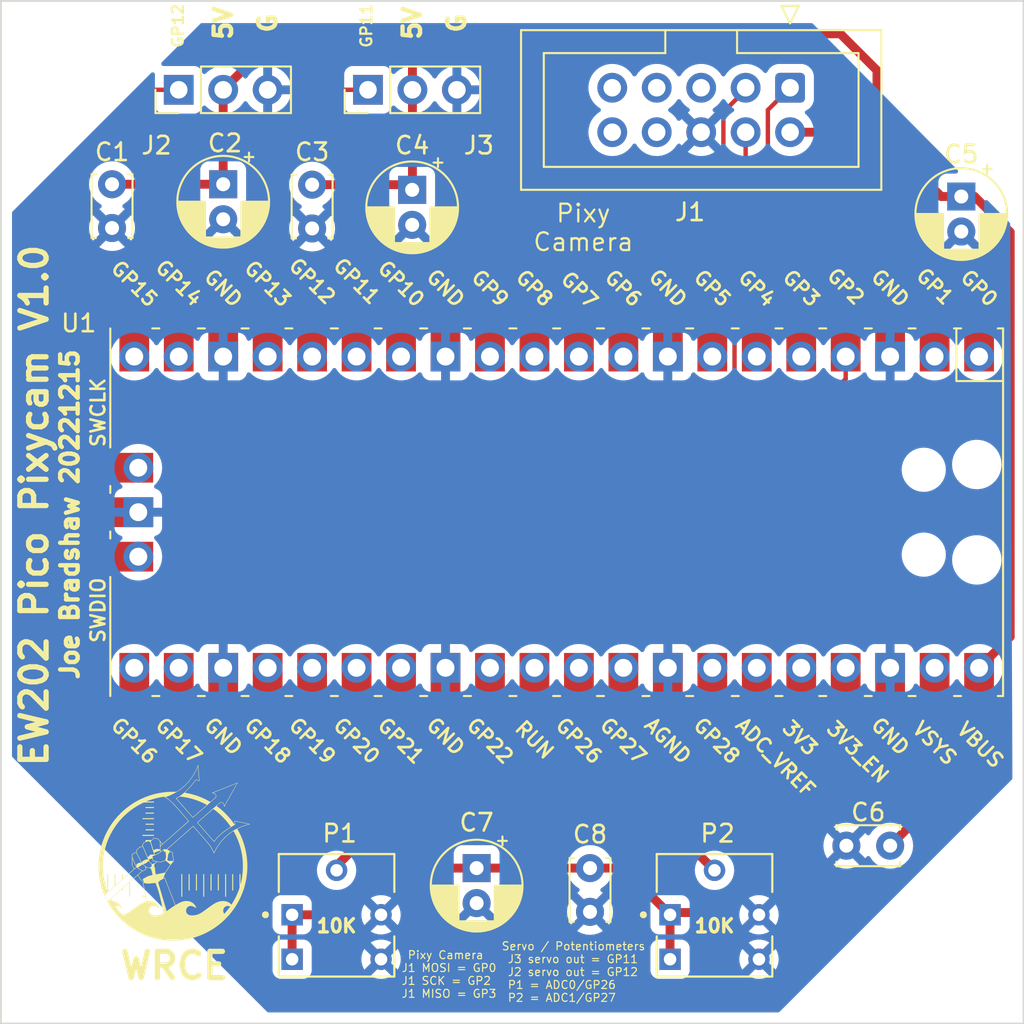
<source format=kicad_pcb>
(kicad_pcb (version 20211014) (generator pcbnew)
  (layers (0 "F.Cu" signal) (31 "B.Cu" signal) (34 "B.Paste" user) (35 "F.Paste" user) (36 "B.SilkS" user "B.Silkscreen") (37 "F.SilkS" user "F.Silkscreen") (38 "B.Mask" user) (39 "F.Mask" user) (44 "Edge.Cuts" user))
  (net 0 "")
  (net 1 "+5V")
  (net 2 "GND")
  (net 3 "SPI_MISO")
  (net 4 "SPI_SCK")
  (net 5 "SPI_MOSI")
  (net 11 "+3.3V")
  (net 36 "YawOut")
  (net 37 "PitchOut")
  (net 38 "AN0")
  (net 39 "AN1")
  (footprint "3362P-1-103TLF:Potentiometer_Bourns_3362P-1-103TLF doublePads" (layer "F.Cu") (at 167.767 120.787088)
    (fp_text reference "P2" (at 0.17547 -4.64779) (layer "F.SilkS") (effects (font (size 1.002756 1.002756))))
    (fp_text value "10K")
    (pad "1" thru_hole rect (at -2.54 2.54) (size 1.222 1.222) (drill 0.714) (layers *.Cu *.Mask) (net 11 "+3.3V"))
    (pad "1" thru_hole rect (at -2.54 0) (size 1.222 1.222) (drill 0.714) (layers *.Cu *.Mask) (net 11 "+3.3V"))
    (pad "2" thru_hole circle (at 0 -2.54) (size 1.222 1.222) (drill 0.714) (layers *.Cu *.Mask) (net 39 "AN1"))
    (pad "3" thru_hole circle (at 2.54 2.54) (size 1.222 1.222) (drill 0.714) (layers *.Cu *.Mask) (net 2 "GND"))
    (pad "3" thru_hole circle (at 2.54 0) (size 1.222 1.222) (drill 0.714) (layers *.Cu *.Mask) (net 2 "GND"))
  )
  (footprint "MountingHole:MountingHole_2.7mm_M2.5" (layer "F.Cu") (at 130.81 123.19)
    (fp_text reference "M3" hide)
    (fp_text value "MountingHole_2.7mm_M2.5" hide)
    (pad "" np_thru_hole circle (at 0 0) (size 2.7 2.7) (drill 2.7) (layers *.Cu *.Mask))
  )
  (footprint "Capacitor_THT:CP_Radial_D5.0mm_P2.00mm" (layer "F.Cu") (at 181.864 79.756 -90)
    (fp_text reference "C5" (at -2.413 0 180) (layer "F.SilkS"))
    (fp_text value "47uF")
    (pad "1" thru_hole rect (at 0 0 270) (size 1.6 1.6) (drill 0.8) (layers *.Cu *.Mask) (net 1 "+5V"))
    (pad "2" thru_hole circle (at 2 0 270) (size 1.6 1.6) (drill 0.8) (layers *.Cu *.Mask) (net 2 "GND"))
  )
  (footprint "MCU_RaspberryPi_and_Boards:RPi_Pico_SMD_TH" (layer "F.Cu") (at 158.75 97.79 -90)
    (fp_text reference "U1" (at -10.795 27.305 180) (layer "F.SilkS"))
    (fp_text value "Pico")
    (fp_text user "GP26" (at 13.054 -1.27 135) (layer "F.SilkS") (effects (font (size 0.8 0.8))))
    (fp_text user "GP27" (at 13.054 -3.8 135) (layer "F.SilkS") (effects (font (size 0.8 0.8))))
    (fp_text user "GP2" (at -12.9 -16.51 135) (layer "F.SilkS") (effects (font (size 0.8 0.8))))
    (fp_text user "GP6" (at -12.8 -3.81 135) (layer "F.SilkS") (effects (font (size 0.8 0.8))))
    (fp_text user "GP7" (at -12.7 -1.3 135) (layer "F.SilkS") (effects (font (size 0.8 0.8))))
    (fp_text user "GP21" (at 13.054 8.9 135) (layer "F.SilkS") (effects (font (size 0.8 0.8))))
    (fp_text user "AGND" (at 13.054 -6.35 135) (layer "F.SilkS") (effects (font (size 0.8 0.8))))
    (fp_text user "GP1" (at -12.9 -21.6 135) (layer "F.SilkS") (effects (font (size 0.8 0.8))))
    (fp_text user "GND" (at -12.8 19.05 135) (layer "F.SilkS") (effects (font (size 0.8 0.8))))
    (fp_text user "SWDIO" (at 5.6 26.2 90) (layer "F.SilkS") (effects (font (size 0.8 0.8))))
    (fp_text user "GND" (at -12.8 -19.05 135) (layer "F.SilkS") (effects (font (size 0.8 0.8))))
    (fp_text user "GP8" (at -12.8 1.27 135) (layer "F.SilkS") (effects (font (size 0.8 0.8))))
    (fp_text user "RUN" (at 13 1.27 135) (layer "F.SilkS") (effects (font (size 0.8 0.8))))
    (fp_text user "GP11" (at -13.2 11.43 135) (layer "F.SilkS") (effects (font (size 0.8 0.8))))
    (fp_text user "GP0" (at -12.8 -24.13 135) (layer "F.SilkS") (effects (font (size 0.8 0.8))))
    (fp_text user "GND" (at 12.8 6.35 135) (layer "F.SilkS") (effects (font (size 0.8 0.8))))
    (fp_text user "GP15" (at -13.054 24.13 135) (layer "F.SilkS") (effects (font (size 0.8 0.8))))
    (fp_text user "VSYS" (at 13.2 -21.59 135) (layer "F.SilkS") (effects (font (size 0.8 0.8))))
    (fp_text user "GND" (at 12.8 19.05 135) (layer "F.SilkS") (effects (font (size 0.8 0.8))))
    (fp_text user "3V3" (at 12.9 -13.9 135) (layer "F.SilkS") (effects (font (size 0.8 0.8))))
    (fp_text user "GND" (at -12.8 6.35 135) (layer "F.SilkS") (effects (font (size 0.8 0.8))))
    (fp_text user "GND" (at -12.8 -6.35 135) (layer "F.SilkS") (effects (font (size 0.8 0.8))))
    (fp_text user "GP17" (at 13.054 21.59 135) (layer "F.SilkS") (effects (font (size 0.8 0.8))))
    (fp_text user "GP18" (at 13.054 16.51 135) (layer "F.SilkS") (effects (font (size 0.8 0.8))))
    (fp_text user "3V3_EN" (at 13.7 -17.2 135) (layer "F.SilkS") (effects (font (size 0.8 0.8))))
    (fp_text user "GP22" (at 13.054 3.81 135) (layer "F.SilkS") (effects (font (size 0.8 0.8))))
    (fp_text user "GP14" (at -13.1 21.59 135) (layer "F.SilkS") (effects (font (size 0.8 0.8))))
    (fp_text user "ADC_VREF" (at 14 -12.5 135) (layer "F.SilkS") (effects (font (size 0.8 0.8))))
    (fp_text user "GP9" (at -12.8 3.81 135) (layer "F.SilkS") (effects (font (size 0.8 0.8))))
    (fp_text user "GP3" (at -12.8 -13.97 135) (layer "F.SilkS") (effects (font (size 0.8 0.8))))
    (fp_text user "GND" (at 12.8 -19.05 135) (layer "F.SilkS") (effects (font (size 0.8 0.8))))
    (fp_text user "SWCLK" (at -5.7 26.2 90) (layer "F.SilkS") (effects (font (size 0.8 0.8))))
    (fp_text user "GP5" (at -12.8 -8.89 135) (layer "F.SilkS") (effects (font (size 0.8 0.8))))
    (fp_text user "GP13" (at -13.054 16.51 135) (layer "F.SilkS") (effects (font (size 0.8 0.8))))
    (fp_text user "GP20" (at 13.054 11.43 135) (layer "F.SilkS") (effects (font (size 0.8 0.8))))
    (fp_text user "GP4" (at -12.8 -11.43 135) (layer "F.SilkS") (effects (font (size 0.8 0.8))))
    (fp_text user "GP28" (at 13.054 -9.144 135) (layer "F.SilkS") (effects (font (size 0.8 0.8))))
    (fp_text user "GP10" (at -13.054 8.89 135) (layer "F.SilkS") (effects (font (size 0.8 0.8))))
    (fp_text user "GP12" (at -13.2 13.97 135) (layer "F.SilkS") (effects (font (size 0.8 0.8))))
    (fp_text user "VBUS" (at 13.3 -24.2 135) (layer "F.SilkS") (effects (font (size 0.8 0.8))))
    (fp_text user "GP16" (at 13.054 24.13 135) (layer "F.SilkS") (effects (font (size 0.8 0.8))))
    (fp_text user "GP19" (at 13.054 13.97 135) (layer "F.SilkS") (effects (font (size 0.8 0.8))))
    (pad "" np_thru_hole oval (at 2.725 -24 270) (size 1.8 1.8) (drill 1.8) (layers *.Cu *.Mask))
    (pad "" np_thru_hole oval (at -2.725 -24 270) (size 1.8 1.8) (drill 1.8) (layers *.Cu *.Mask))
    (pad "" np_thru_hole oval (at -2.425 -20.97 270) (size 1.5 1.5) (drill 1.5) (layers *.Cu *.Mask))
    (pad "" np_thru_hole oval (at 2.425 -20.97 270) (size 1.5 1.5) (drill 1.5) (layers *.Cu *.Mask))
    (pad "1" thru_hole oval (at -8.89 -24.13 270) (size 1.7 1.7) (drill 1.02) (layers *.Cu *.Mask) (net 3 "SPI_MISO"))
    (pad "1" smd rect (at -8.89 -24.13 270) (size 3.5 1.7) (drill (offset -0.9 0)) (layers "F.Cu" "F.Mask") (net 3 "SPI_MISO"))
    (pad "2" thru_hole oval (at -8.89 -21.59 270) (size 1.7 1.7) (drill 1.02) (layers *.Cu *.Mask))
    (pad "2" smd rect (at -8.89 -21.59 270) (size 3.5 1.7) (drill (offset -0.9 0)) (layers "F.Cu" "F.Mask"))
    (pad "3" thru_hole rect (at -8.89 -19.05 270) (size 1.7 1.7) (drill 1.02) (layers *.Cu *.Mask) (net 2 "GND"))
    (pad "3" smd rect (at -8.89 -19.05 270) (size 3.5 1.7) (drill (offset -0.9 0)) (layers "F.Cu" "F.Mask") (net 2 "GND"))
    (pad "4" thru_hole oval (at -8.89 -16.51 270) (size 1.7 1.7) (drill 1.02) (layers *.Cu *.Mask) (net 4 "SPI_SCK"))
    (pad "4" smd rect (at -8.89 -16.51 270) (size 3.5 1.7) (drill (offset -0.9 0)) (layers "F.Cu" "F.Mask") (net 4 "SPI_SCK"))
    (pad "5" smd rect (at -8.89 -13.97 270) (size 3.5 1.7) (drill (offset -0.9 0)) (layers "F.Cu" "F.Mask") (net 5 "SPI_MOSI"))
    (pad "5" thru_hole oval (at -8.89 -13.97 270) (size 1.7 1.7) (drill 1.02) (layers *.Cu *.Mask) (net 5 "SPI_MOSI"))
    (pad "6" thru_hole oval (at -8.89 -11.43 270) (size 1.7 1.7) (drill 1.02) (layers *.Cu *.Mask))
    (pad "6" smd rect (at -8.89 -11.43 270) (size 3.5 1.7) (drill (offset -0.9 0)) (layers "F.Cu" "F.Mask"))
    (pad "7" smd rect (at -8.89 -8.89 270) (size 3.5 1.7) (drill (offset -0.9 0)) (layers "F.Cu" "F.Mask"))
    (pad "7" thru_hole oval (at -8.89 -8.89 270) (size 1.7 1.7) (drill 1.02) (layers *.Cu *.Mask))
    (pad "8" thru_hole rect (at -8.89 -6.35 270) (size 1.7 1.7) (drill 1.02) (layers *.Cu *.Mask) (net 2 "GND"))
    (pad "8" smd rect (at -8.89 -6.35 270) (size 3.5 1.7) (drill (offset -0.9 0)) (layers "F.Cu" "F.Mask") (net 2 "GND"))
    (pad "9" smd rect (at -8.89 -3.81 270) (size 3.5 1.7) (drill (offset -0.9 0)) (layers "F.Cu" "F.Mask"))
    (pad "9" thru_hole oval (at -8.89 -3.81 270) (size 1.7 1.7) (drill 1.02) (layers *.Cu *.Mask))
    (pad "10" thru_hole oval (at -8.89 -1.27 270) (size 1.7 1.7) (drill 1.02) (layers *.Cu *.Mask))
    (pad "10" smd rect (at -8.89 -1.27 270) (size 3.5 1.7) (drill (offset -0.9 0)) (layers "F.Cu" "F.Mask"))
    (pad "11" smd rect (at -8.89 1.27 270) (size 3.5 1.7) (drill (offset -0.9 0)) (layers "F.Cu" "F.Mask"))
    (pad "11" thru_hole oval (at -8.89 1.27 270) (size 1.7 1.7) (drill 1.02) (layers *.Cu *.Mask))
    (pad "12" smd rect (at -8.89 3.81 270) (size 3.5 1.7) (drill (offset -0.9 0)) (layers "F.Cu" "F.Mask"))
    (pad "12" thru_hole oval (at -8.89 3.81 270) (size 1.7 1.7) (drill 1.02) (layers *.Cu *.Mask))
    (pad "13" thru_hole rect (at -8.89 6.35 270) (size 1.7 1.7) (drill 1.02) (layers *.Cu *.Mask) (net 2 "GND"))
    (pad "13" smd rect (at -8.89 6.35 270) (size 3.5 1.7) (drill (offset -0.9 0)) (layers "F.Cu" "F.Mask") (net 2 "GND"))
    (pad "14" thru_hole oval (at -8.89 8.89 270) (size 1.7 1.7) (drill 1.02) (layers *.Cu *.Mask) (net 37 "PitchOut"))
    (pad "14" smd rect (at -8.89 8.89 270) (size 3.5 1.7) (drill (offset -0.9 0)) (layers "F.Cu" "F.Mask") (net 37 "PitchOut"))
    (pad "15" smd rect (at -8.89 11.43 270) (size 3.5 1.7) (drill (offset -0.9 0)) (layers "F.Cu" "F.Mask") (net 36 "YawOut"))
    (pad "15" thru_hole oval (at -8.89 11.43 270) (size 1.7 1.7) (drill 1.02) (layers *.Cu *.Mask) (net 36 "YawOut"))
    (pad "16" smd rect (at -8.89 13.97 270) (size 3.5 1.7) (drill (offset -0.9 0)) (layers "F.Cu" "F.Mask"))
    (pad "16" thru_hole oval (at -8.89 13.97 270) (size 1.7 1.7) (drill 1.02) (layers *.Cu *.Mask))
    (pad "17" smd rect (at -8.89 16.51 270) (size 3.5 1.7) (drill (offset -0.9 0)) (layers "F.Cu" "F.Mask"))
    (pad "17" thru_hole oval (at -8.89 16.51 270) (size 1.7 1.7) (drill 1.02) (layers *.Cu *.Mask))
    (pad "18" thru_hole rect (at -8.89 19.05 270) (size 1.7 1.7) (drill 1.02) (layers *.Cu *.Mask) (net 2 "GND"))
    (pad "18" smd rect (at -8.89 19.05 270) (size 3.5 1.7) (drill (offset -0.9 0)) (layers "F.Cu" "F.Mask") (net 2 "GND"))
    (pad "19" smd rect (at -8.89 21.59 270) (size 3.5 1.7) (drill (offset -0.9 0)) (layers "F.Cu" "F.Mask"))
    (pad "19" thru_hole oval (at -8.89 21.59 270) (size 1.7 1.7) (drill 1.02) (layers *.Cu *.Mask))
    (pad "20" smd rect (at -8.89 24.13 270) (size 3.5 1.7) (drill (offset -0.9 0)) (layers "F.Cu" "F.Mask"))
    (pad "20" thru_hole oval (at -8.89 24.13 270) (size 1.7 1.7) (drill 1.02) (layers *.Cu *.Mask))
    (pad "21" smd rect (at 8.89 24.13 270) (size 3.5 1.7) (drill (offset 0.9 0)) (layers "F.Cu" "F.Mask"))
    (pad "21" thru_hole oval (at 8.89 24.13 270) (size 1.7 1.7) (drill 1.02) (layers *.Cu *.Mask))
    (pad "22" smd rect (at 8.89 21.59 270) (size 3.5 1.7) (drill (offset 0.9 0)) (layers "F.Cu" "F.Mask"))
    (pad "22" thru_hole oval (at 8.89 21.59 270) (size 1.7 1.7) (drill 1.02) (layers *.Cu *.Mask))
    (pad "23" thru_hole rect (at 8.89 19.05 270) (size 1.7 1.7) (drill 1.02) (layers *.Cu *.Mask) (net 2 "GND"))
    (pad "23" smd rect (at 8.89 19.05 270) (size 3.5 1.7) (drill (offset 0.9 0)) (layers "F.Cu" "F.Mask") (net 2 "GND"))
    (pad "24" thru_hole oval (at 8.89 16.51 270) (size 1.7 1.7) (drill 1.02) (layers *.Cu *.Mask))
    (pad "24" smd rect (at 8.89 16.51 270) (size 3.5 1.7) (drill (offset 0.9 0)) (layers "F.Cu" "F.Mask"))
    (pad "25" smd rect (at 8.89 13.97 270) (size 3.5 1.7) (drill (offset 0.9 0)) (layers "F.Cu" "F.Mask"))
    (pad "25" thru_hole oval (at 8.89 13.97 270) (size 1.7 1.7) (drill 1.02) (layers *.Cu *.Mask))
    (pad "26" smd rect (at 8.89 11.43 270) (size 3.5 1.7) (drill (offset 0.9 0)) (layers "F.Cu" "F.Mask"))
    (pad "26" thru_hole oval (at 8.89 11.43 270) (size 1.7 1.7) (drill 1.02) (layers *.Cu *.Mask))
    (pad "27" smd rect (at 8.89 8.89 270) (size 3.5 1.7) (drill (offset 0.9 0)) (layers "F.Cu" "F.Mask"))
    (pad "27" thru_hole oval (at 8.89 8.89 270) (size 1.7 1.7) (drill 1.02) (layers *.Cu *.Mask))
    (pad "28" thru_hole rect (at 8.89 6.35 270) (size 1.7 1.7) (drill 1.02) (layers *.Cu *.Mask) (net 2 "GND"))
    (pad "28" smd rect (at 8.89 6.35 270) (size 3.5 1.7) (drill (offset 0.9 0)) (layers "F.Cu" "F.Mask") (net 2 "GND"))
    (pad "29" thru_hole oval (at 8.89 3.81 270) (size 1.7 1.7) (drill 1.02) (layers *.Cu *.Mask))
    (pad "29" smd rect (at 8.89 3.81 270) (size 3.5 1.7) (drill (offset 0.9 0)) (layers "F.Cu" "F.Mask"))
    (pad "30" thru_hole oval (at 8.89 1.27 270) (size 1.7 1.7) (drill 1.02) (layers *.Cu *.Mask))
    (pad "30" smd rect (at 8.89 1.27 270) (size 3.5 1.7) (drill (offset 0.9 0)) (layers "F.Cu" "F.Mask"))
    (pad "31" smd rect (at 8.89 -1.27 270) (size 3.5 1.7) (drill (offset 0.9 0)) (layers "F.Cu" "F.Mask") (net 38 "AN0"))
    (pad "31" thru_hole oval (at 8.89 -1.27 270) (size 1.7 1.7) (drill 1.02) (layers *.Cu *.Mask) (net 38 "AN0"))
    (pad "32" smd rect (at 8.89 -3.81 270) (size 3.5 1.7) (drill (offset 0.9 0)) (layers "F.Cu" "F.Mask") (net 39 "AN1"))
    (pad "32" thru_hole oval (at 8.89 -3.81 270) (size 1.7 1.7) (drill 1.02) (layers *.Cu *.Mask) (net 39 "AN1"))
    (pad "33" thru_hole rect (at 8.89 -6.35 270) (size 1.7 1.7) (drill 1.02) (layers *.Cu *.Mask) (net 2 "GND"))
    (pad "33" smd rect (at 8.89 -6.35 270) (size 3.5 1.7) (drill (offset 0.9 0)) (layers "F.Cu" "F.Mask") (net 2 "GND"))
    (pad "34" thru_hole oval (at 8.89 -8.89 270) (size 1.7 1.7) (drill 1.02) (layers *.Cu *.Mask))
    (pad "34" smd rect (at 8.89 -8.89 270) (size 3.5 1.7) (drill (offset 0.9 0)) (layers "F.Cu" "F.Mask"))
    (pad "35" thru_hole oval (at 8.89 -11.43 270) (size 1.7 1.7) (drill 1.02) (layers *.Cu *.Mask))
    (pad "35" smd rect (at 8.89 -11.43 270) (size 3.5 1.7) (drill (offset 0.9 0)) (layers "F.Cu" "F.Mask"))
    (pad "36" smd rect (at 8.89 -13.97 270) (size 3.5 1.7) (drill (offset 0.9 0)) (layers "F.Cu" "F.Mask") (net 11 "+3.3V"))
    (pad "36" thru_hole oval (at 8.89 -13.97 270) (size 1.7 1.7) (drill 1.02) (layers *.Cu *.Mask) (net 11 "+3.3V"))
    (pad "37" smd rect (at 8.89 -16.51 270) (size 3.5 1.7) (drill (offset 0.9 0)) (layers "F.Cu" "F.Mask"))
    (pad "37" thru_hole oval (at 8.89 -16.51 270) (size 1.7 1.7) (drill 1.02) (layers *.Cu *.Mask))
    (pad "38" smd rect (at 8.89 -19.05 270) (size 3.5 1.7) (drill (offset 0.9 0)) (layers "F.Cu" "F.Mask") (net 2 "GND"))
    (pad "38" thru_hole rect (at 8.89 -19.05 270) (size 1.7 1.7) (drill 1.02) (layers *.Cu *.Mask) (net 2 "GND"))
    (pad "39" thru_hole oval (at 8.89 -21.59 270) (size 1.7 1.7) (drill 1.02) (layers *.Cu *.Mask))
    (pad "39" smd rect (at 8.89 -21.59 270) (size 3.5 1.7) (drill (offset 0.9 0)) (layers "F.Cu" "F.Mask"))
    (pad "40" smd rect (at 8.89 -24.13 270) (size 3.5 1.7) (drill (offset 0.9 0)) (layers "F.Cu" "F.Mask") (net 1 "+5V"))
    (pad "40" thru_hole oval (at 8.89 -24.13 270) (size 1.7 1.7) (drill 1.02) (layers *.Cu *.Mask) (net 1 "+5V"))
    (pad "41" smd rect (at -2.54 23.9) (size 3.5 1.7) (drill (offset -0.9 0)) (layers "F.Cu" "F.Mask"))
    (pad "41" thru_hole oval (at -2.54 23.9 270) (size 1.7 1.7) (drill 1.02) (layers *.Cu *.Mask))
    (pad "42" thru_hole rect (at 0 23.9 270) (size 1.7 1.7) (drill 1.02) (layers *.Cu *.Mask) (net 2 "GND"))
    (pad "42" smd rect (at 0 23.9) (size 3.5 1.7) (drill (offset -0.9 0)) (layers "F.Cu" "F.Mask") (net 2 "GND"))
    (pad "43" thru_hole oval (at 2.54 23.9 270) (size 1.7 1.7) (drill 1.02) (layers *.Cu *.Mask))
    (pad "43" smd rect (at 2.54 23.9) (size 3.5 1.7) (drill (offset -0.9 0)) (layers "F.Cu" "F.Mask"))
  )
  (footprint "Capacitor_THT:C_Disc_D3.4mm_W2.1mm_P2.50mm" (layer "F.Cu") (at 160.655 118.120088 -90)
    (fp_text reference "C8" (at -1.925 0 180) (layer "F.SilkS"))
    (fp_text value ".1uF")
    (pad "1" thru_hole circle (at 0 0 270) (size 1.6 1.6) (drill 0.8) (layers *.Cu *.Mask) (net 11 "+3.3V"))
    (pad "2" thru_hole circle (at 2.5 0 270) (size 1.6 1.6) (drill 0.8) (layers *.Cu *.Mask) (net 2 "GND"))
  )
  (footprint "Capacitor_THT:C_Disc_D3.4mm_W2.1mm_P2.50mm" (layer "F.Cu") (at 177.8 116.84 180)
    (fp_text reference "C6" (at 1.25 1.905) (layer "F.SilkS"))
    (fp_text value ".1uF")
    (pad "1" thru_hole circle (at 0 0 180) (size 1.6 1.6) (drill 0.8) (layers *.Cu *.Mask) (net 1 "+5V"))
    (pad "2" thru_hole circle (at 2.5 0 180) (size 1.6 1.6) (drill 0.8) (layers *.Cu *.Mask) (net 2 "GND"))
  )
  (footprint "Connector_PinHeader_2.54mm:PinHeader_1x03_P2.54mm_Vertical" (layer "F.Cu") (at 137.16 73.66 90)
    (fp_text reference "J2" (at -3.175 -1.27) (layer "F.SilkS"))
    (fp_text value "Conn_01x03")
    (pad "1" thru_hole rect (at 0 0 90) (size 1.7 1.7) (drill 1) (layers *.Cu *.Mask) (net 36 "YawOut"))
    (pad "2" thru_hole oval (at 0 2.54 90) (size 1.7 1.7) (drill 1) (layers *.Cu *.Mask) (net 1 "+5V"))
    (pad "3" thru_hole oval (at 0 5.08 90) (size 1.7 1.7) (drill 1) (layers *.Cu *.Mask) (net 2 "GND"))
  )
  (footprint "MountingHole:MountingHole_2.7mm_M2.5" (layer "F.Cu") (at 181.61 123.19)
    (fp_text reference "M4" hide)
    (fp_text value "MountingHole_2.7mm_M2.5" hide)
    (pad "" np_thru_hole circle (at 0 0) (size 2.7 2.7) (drill 2.7) (layers *.Cu *.Mask))
  )
  (footprint "Capacitor_THT:C_Disc_D3.4mm_W2.1mm_P2.50mm" (layer "F.Cu") (at 144.78 79.080112 -90)
    (fp_text reference "C3" (at -1.864112 0 180) (layer "F.SilkS"))
    (fp_text value ".1uF")
    (pad "1" thru_hole circle (at 0 0 270) (size 1.6 1.6) (drill 0.8) (layers *.Cu *.Mask) (net 1 "+5V"))
    (pad "2" thru_hole circle (at 2.5 0 270) (size 1.6 1.6) (drill 0.8) (layers *.Cu *.Mask) (net 2 "GND"))
  )
  (footprint "FootprintsDownload:WRCE_Logo" (layer "F.Cu") (at 136.906 117.2464)
    (fp_text reference "REF**" hide)
    (fp_text value "WRCE_Logo" hide)
  )
  (footprint "Connector_IDC:IDC-Header_2x05_P2.54mm_Vertical" (layer "F.Cu") (at 172.085 73.5425 -90)
    (fp_text reference "J1" (at 7.1025 5.715 180) (layer "F.SilkS"))
    (fp_text value "10POS IEC")
    (pad "1" thru_hole roundrect (at 0 0 270) (size 1.7 1.7) (drill 1) (layers *.Cu *.Mask) (roundrect_rratio 0.1470588235) (net 3 "SPI_MISO"))
    (pad "2" thru_hole circle (at 2.54 0 270) (size 1.7 1.7) (drill 1) (layers *.Cu *.Mask) (net 1 "+5V"))
    (pad "3" thru_hole circle (at 0 2.54 270) (size 1.7 1.7) (drill 1) (layers *.Cu *.Mask) (net 4 "SPI_SCK"))
    (pad "4" thru_hole circle (at 2.54 2.54 270) (size 1.7 1.7) (drill 1) (layers *.Cu *.Mask) (net 5 "SPI_MOSI"))
    (pad "5" thru_hole circle (at 0 5.08 270) (size 1.7 1.7) (drill 1) (layers *.Cu *.Mask))
    (pad "6" thru_hole circle (at 2.54 5.08 270) (size 1.7 1.7) (drill 1) (layers *.Cu *.Mask) (net 2 "GND"))
    (pad "7" thru_hole circle (at 0 7.62 270) (size 1.7 1.7) (drill 1) (layers *.Cu *.Mask))
    (pad "8" thru_hole circle (at 2.54 7.62 270) (size 1.7 1.7) (drill 1) (layers *.Cu *.Mask))
    (pad "9" thru_hole circle (at 0 10.16 270) (size 1.7 1.7) (drill 1) (layers *.Cu *.Mask))
    (pad "10" thru_hole circle (at 2.54 10.16 270) (size 1.7 1.7) (drill 1) (layers *.Cu *.Mask))
  )
  (footprint "Connector_PinHeader_2.54mm:PinHeader_1x03_P2.54mm_Vertical" (layer "F.Cu") (at 147.97 73.66 90)
    (fp_text reference "J3" (at -3.175 6.335 180) (layer "F.SilkS"))
    (fp_text value "Conn_01x03")
    (pad "1" thru_hole rect (at 0 0 90) (size 1.7 1.7) (drill 1) (layers *.Cu *.Mask) (net 37 "PitchOut"))
    (pad "2" thru_hole oval (at 0 2.54 90) (size 1.7 1.7) (drill 1) (layers *.Cu *.Mask) (net 1 "+5V"))
    (pad "3" thru_hole oval (at 0 5.08 90) (size 1.7 1.7) (drill 1) (layers *.Cu *.Mask) (net 2 "GND"))
  )
  (footprint "Capacitor_THT:CP_Radial_D5.0mm_P2.00mm" (layer "F.Cu") (at 139.7 79.054888 -90)
    (fp_text reference "C2" (at -2.346888 -0.1016 180) (layer "F.SilkS"))
    (fp_text value "47uF")
    (pad "1" thru_hole rect (at 0 0 270) (size 1.6 1.6) (drill 0.8) (layers *.Cu *.Mask) (net 1 "+5V"))
    (pad "2" thru_hole circle (at 2 0 270) (size 1.6 1.6) (drill 0.8) (layers *.Cu *.Mask) (net 2 "GND"))
  )
  (footprint "MountingHole:MountingHole_2.7mm_M2.5" (layer "F.Cu") (at 130.81 72.39)
    (fp_text reference "M1" hide)
    (fp_text value "MountingHole_2.7mm_M2.5" hide)
    (pad "" np_thru_hole circle (at 0 0) (size 2.7 2.7) (drill 2.7) (layers *.Cu *.Mask))
  )
  (footprint "MountingHole:MountingHole_2.7mm_M2.5" (layer "F.Cu") (at 181.61 72.39)
    (fp_text reference "M2" hide)
    (fp_text value "MountingHole_2.7mm_M2.5" hide)
    (pad "" np_thru_hole circle (at 0 0) (size 2.7 2.7) (drill 2.7) (layers *.Cu *.Mask))
  )
  (footprint "Capacitor_THT:CP_Radial_D5.0mm_P2.00mm" (layer "F.Cu") (at 154.178 118.120088 -90)
    (fp_text reference "C7" (at -2.600888 0 180) (layer "F.SilkS"))
    (fp_text value "47uF")
    (pad "1" thru_hole rect (at 0 0 270) (size 1.6 1.6) (drill 0.8) (layers *.Cu *.Mask) (net 11 "+3.3V"))
    (pad "2" thru_hole circle (at 2 0 270) (size 1.6 1.6) (drill 0.8) (layers *.Cu *.Mask) (net 2 "GND"))
  )
  (footprint "Capacitor_THT:CP_Radial_D5.0mm_P2.00mm" (layer "F.Cu") (at 150.495 79.375 -90)
    (fp_text reference "C4" (at -2.54 0 180) (layer "F.SilkS"))
    (fp_text value "47uF")
    (pad "1" thru_hole rect (at 0 0 270) (size 1.6 1.6) (drill 0.8) (layers *.Cu *.Mask) (net 1 "+5V"))
    (pad "2" thru_hole circle (at 2 0 270) (size 1.6 1.6) (drill 0.8) (layers *.Cu *.Mask) (net 2 "GND"))
  )
  (footprint "3362P-1-103TLF:Potentiometer_Bourns_3362P-1-103TLF doublePads" (layer "F.Cu") (at 146.177 120.787088)
    (fp_text reference "P1" (at 0.17547 -4.64779) (layer "F.SilkS") (effects (font (size 1.002756 1.002756))))
    (fp_text value "10K")
    (pad "1" thru_hole rect (at -2.54 0) (size 1.222 1.222) (drill 0.714) (layers *.Cu *.Mask) (net 11 "+3.3V"))
    (pad "1" thru_hole rect (at -2.54 2.54) (size 1.222 1.222) (drill 0.714) (layers *.Cu *.Mask) (net 11 "+3.3V"))
    (pad "2" thru_hole circle (at 0 -2.54) (size 1.222 1.222) (drill 0.714) (layers *.Cu *.Mask) (net 38 "AN0"))
    (pad "3" thru_hole circle (at 2.54 2.54) (size 1.222 1.222) (drill 0.714) (layers *.Cu *.Mask) (net 2 "GND"))
    (pad "3" thru_hole circle (at 2.54 0) (size 1.222 1.222) (drill 0.714) (layers *.Cu *.Mask) (net 2 "GND"))
  )
  (footprint "Capacitor_THT:C_Disc_D3.4mm_W2.1mm_P2.50mm" (layer "F.Cu") (at 133.35 79.054888 -90)
    (fp_text reference "C1" (at -1.838888 0 180) (layer "F.SilkS"))
    (fp_text value ".1uF")
    (pad "1" thru_hole circle (at 0 0 270) (size 1.6 1.6) (drill 0.8) (layers *.Cu *.Mask) (net 1 "+5V"))
    (pad "2" thru_hole circle (at 2.5 0 270) (size 1.6 1.6) (drill 0.8) (layers *.Cu *.Mask) (net 2 "GND"))
  )
  (gr_line (start 185.42 68.58) (end 185.42 127) (layer "Edge.Cuts") (width 0.1))
  (gr_line (start 127 68.58) (end 185.42 68.58) (layer "Edge.Cuts") (width 0.1))
  (gr_line (start 127 127) (end 127 68.58) (layer "Edge.Cuts") (width 0.1))
  (gr_line (start 185.42 127) (end 127 127) (layer "Edge.Cuts") (width 0.1))
  (gr_text "Servo / Potentiometers\n J3 servo out = GP11\n J2 servo out = GP12\n P1 = ADC0/GP26\n P2 = ADC1/GP27" (at 155.575 124.0536) (layer "F.SilkS") (effects (font (size 0.4572 0.4572) (thickness 0.0635)) (justify left)))
  (gr_text "Pixy\nCamera" (at 160.274 81.534) (layer "F.SilkS") (effects (font (size 1.016 1.016) (thickness 0.127))))
  (gr_text "Joe Bradshaw 20221215\n" (at 130.937 97.917 90) (layer "F.SilkS") (effects (font (size 1 1) (thickness 0.25))))
  (gr_text "5V" (at 139.7 69.85 90) (layer "F.SilkS") (effects (font (size 1 1) (thickness 0.25))))
  (gr_text "WRCE" (at 136.906 123.698) (layer "F.SilkS") (effects (font (size 1.5 1.5) (thickness 0.3))))
  (gr_text "10K" (at 167.767 121.422088) (layer "F.SilkS") (effects (font (size 0.762 0.762) (thickness 0.1905))))
  (gr_text "G" (at 142.24 69.85 90) (layer "F.SilkS") (effects (font (size 1 1) (thickness 0.25))))
  (gr_text "GP12" (at 137.1092 70.0024 90) (layer "F.SilkS") (effects (font (size 0.635 0.635) (thickness 0.127))))
  (gr_text " Pixy Camera\nJ1 MOSI = GP0\nJ1 SCK = GP2\nJ1 MISO = GP3" (at 149.86 124.190088) (layer "F.SilkS") (effects (font (size 0.4572 0.4572) (thickness 0.0635)) (justify left)))
  (gr_text "10K" (at 146.177 121.422088) (layer "F.SilkS") (effects (font (size 0.762 0.762) (thickness 0.1905))))
  (gr_text "EW202 Pico Pixycam V1.0\n" (at 128.905 97.409 90) (layer "F.SilkS") (effects (font (size 1.5 1.5) (thickness 0.3))))
  (gr_text "5V" (at 150.495 69.85 90) (layer "F.SilkS") (effects (font (size 1 1) (thickness 0.25))))
  (gr_text "G" (at 153.035 69.85 90) (layer "F.SilkS") (effects (font (size 1 1) (thickness 0.25))))
  (gr_text "GP11\n" (at 147.8788 70.0024 90) (layer "F.SilkS") (effects (font (size 0.635 0.635) (thickness 0.127))))
  (segment (start 151.892 70.4596) (end 174.9552 70.4596) (width 0.508) (layer "F.Cu") (net 1))
  (segment (start 182.88 111.76) (end 182.88 106.68) (width 0.508) (layer "F.Cu") (net 1))
  (segment (start 177.0475 76.0825) (end 180.721 79.756) (width 0.508) (layer "F.Cu") (net 1))
  (segment (start 150.51 79.36) (end 150.495 79.375) (width 0.508) (layer "F.Cu") (net 1))
  (segment (start 184.658 104.902) (end 182.88 106.68) (width 0.508) (layer "F.Cu") (net 1))
  (segment (start 184.658 81.788) (end 184.658 104.902) (width 0.508) (layer "F.Cu") (net 1))
  (segment (start 141.5184 71.8416) (end 150.51 71.8416) (width 0.508) (layer "F.Cu") (net 1))
  (segment (start 177.8 116.84) (end 182.88 111.76) (width 0.508) (layer "F.Cu") (net 1))
  (segment (start 144.78 79.080112) (end 150.200112 79.080112) (width 0.508) (layer "F.Cu") (net 1))
  (segment (start 177.0475 72.5519) (end 177.0475 76.0825) (width 0.508) (layer "F.Cu") (net 1))
  (segment (start 180.721 79.756) (end 181.864 79.756) (width 0.508) (layer "F.Cu") (net 1))
  (segment (start 139.7 73.66) (end 141.5184 71.8416) (width 0.508) (layer "F.Cu") (net 1))
  (segment (start 182.626 79.756) (end 184.658 81.788) (width 0.508) (layer "F.Cu") (net 1))
  (segment (start 150.200112 79.080112) (end 150.495 79.375) (width 0.508) (layer "F.Cu") (net 1))
  (segment (start 139.7 79.054888) (end 139.7 73.66) (width 0.508) (layer "F.Cu") (net 1))
  (segment (start 150.51 73.66) (end 150.51 71.8416) (width 0.508) (layer "F.Cu") (net 1))
  (segment (start 133.35 79.054888) (end 139.7 79.054888) (width 0.508) (layer "F.Cu") (net 1))
  (segment (start 172.085 76.0825) (end 177.0475 76.0825) (width 0.508) (layer "F.Cu") (net 1))
  (segment (start 174.9552 70.4596) (end 177.0475 72.5519) (width 0.508) (layer "F.Cu") (net 1))
  (segment (start 150.51 73.66) (end 150.51 79.36) (width 0.508) (layer "F.Cu") (net 1))
  (segment (start 150.51 71.8416) (end 151.892 70.4596) (width 0.508) (layer "F.Cu") (net 1))
  (segment (start 181.864 79.756) (end 182.626 79.756) (width 0.508) (layer "F.Cu") (net 1))
  (segment (start 181.991 84.836) (end 182.88 85.725) (width 0.25) (layer "F.Cu") (net 3))
  (segment (start 182.88 85.725) (end 182.88 88.9) (width 0.25) (layer "F.Cu") (net 3))
  (segment (start 172.085 73.5425) (end 170.815 74.8125) (width 0.25) (layer "F.Cu") (net 3))
  (segment (start 177.546 84.836) (end 181.991 84.836) (width 0.25) (layer "F.Cu") (net 3))
  (segment (start 170.815 78.105) (end 177.546 84.836) (width 0.25) (layer "F.Cu") (net 3))
  (segment (start 170.815 74.8125) (end 170.815 78.105) (width 0.25) (layer "F.Cu") (net 3))
  (segment (start 169.545 73.66) (end 169.545 73.5425) (width 0.25) (layer "F.Cu") (net 4))
  (segment (start 168.275 80.01) (end 168.275 74.93) (width 0.25) (layer "F.Cu") (net 4))
  (segment (start 174.625 90.805) (end 169.545 90.805) (width 0.25) (layer "F.Cu") (net 4))
  (segment (start 175.26 90.17) (end 174.625 90.805) (width 0.25) (layer "F.Cu") (net 4))
  (segment (start 168.91 90.17) (end 168.91 80.645) (width 0.25) (layer "F.Cu") (net 4))
  (segment (start 168.275 74.93) (end 169.545 73.66) (width 0.25) (layer "F.Cu") (net 4))
  (segment (start 169.545 90.805) (end 168.91 90.17) (width 0.25) (layer "F.Cu") (net 4))
  (segment (start 168.91 80.645) (end 168.275 80.01) (width 0.25) (layer "F.Cu") (net 4))
  (segment (start 175.26 88.9) (end 175.26 90.17) (width 0.25) (layer "F.Cu") (net 4))
  (segment (start 172.72 82.677) (end 169.545 79.502) (width 0.25) (layer "F.Cu") (net 5))
  (segment (start 172.72 88.9) (end 172.72 82.677) (width 0.25) (layer "F.Cu") (net 5))
  (segment (start 169.545 79.502) (end 169.545 76.0825) (width 0.25) (layer "F.Cu") (net 5))
  (segment (start 165.1 120.660088) (end 162.56 118.120088) (width 0.508) (layer "F.Cu") (net 11))
  (segment (start 143.637 120.787088) (end 143.637 123.327088) (width 0.508) (layer "F.Cu") (net 11))
  (segment (start 172.72 106.68) (end 172.72 115.834088) (width 0.508) (layer "F.Cu") (net 11))
  (segment (start 165.227 123.327088) (end 165.227 120.787088) (width 0.508) (layer "F.Cu") (net 11))
  (segment (start 162.56 118.120088) (end 160.655 118.120088) (width 0.508) (layer "F.Cu") (net 11))
  (segment (start 145.912912 120.787088) (end 148.59 118.11) (width 0.508) (layer "F.Cu") (net 11))
  (segment (start 154.178 118.120088) (end 160.655 118.120088) (width 0.508) (layer "F.Cu") (net 11))
  (segment (start 143.637 120.787088) (end 145.912912 120.787088) (width 0.508) (layer "F.Cu") (net 11))
  (segment (start 172.72 115.834088) (end 167.894 120.660088) (width 0.508) (layer "F.Cu") (net 11))
  (segment (start 167.894 120.660088) (end 165.1 120.660088) (width 0.508) (layer "F.Cu") (net 11))
  (segment (start 148.600088 118.120088) (end 154.178 118.120088) (width 0.508) (layer "F.Cu") (net 11))
  (segment (start 148.59 118.11) (end 148.600088 118.120088) (width 0.508) (layer "F.Cu") (net 11))
  (segment (start 147.32 86.36) (end 145.415 84.455) (width 0.25) (layer "F.Cu") (net 36))
  (segment (start 130.81 82.55) (end 130.81 78.105) (width 0.25) (layer "F.Cu") (net 36))
  (segment (start 132.715 84.455) (end 130.81 82.55) (width 0.25) (layer "F.Cu") (net 36))
  (segment (start 130.81 78.105) (end 135.255 73.66) (width 0.25) (layer "F.Cu") (net 36))
  (segment (start 145.415 84.455) (end 132.715 84.455) (width 0.25) (layer "F.Cu") (net 36))
  (segment (start 147.32 88.9) (end 147.32 86.36) (width 0.25) (layer "F.Cu") (net 36))
  (segment (start 135.255 73.66) (end 137.16 73.66) (width 0.25) (layer "F.Cu") (net 36))
  (segment (start 146.05 73.66) (end 142.24 77.47) (width 0.25) (layer "F.Cu") (net 37))
  (segment (start 147.97 73.66) (end 146.05 73.66) (width 0.25) (layer "F.Cu") (net 37))
  (segment (start 149.86 88.9) (end 149.86 85.725) (width 0.25) (layer "F.Cu") (net 37))
  (segment (start 144.145 83.82) (end 147.955 83.82) (width 0.25) (layer "F.Cu") (net 37))
  (segment (start 142.24 77.47) (end 142.24 81.915) (width 0.25) (layer "F.Cu") (net 37))
  (segment (start 142.24 81.915) (end 144.145 83.82) (width 0.25) (layer "F.Cu") (net 37))
  (segment (start 147.955 83.82) (end 149.86 85.725) (width 0.25) (layer "F.Cu") (net 37))
  (segment (start 160.02 106.68) (end 160.02 111.76) (width 0.508) (layer "F.Cu") (net 38))
  (segment (start 160.02 111.76) (end 157.48 114.3) (width 0.508) (layer "F.Cu") (net 38))
  (segment (start 157.48 114.3) (end 149.870088 114.3) (width 0.508) (layer "F.Cu") (net 38))
  (segment (start 149.870088 114.3) (end 146.177 117.993088) (width 0.508) (layer "F.Cu") (net 38))
  (segment (start 146.177 117.993088) (end 146.177 118.247088) (width 0.508) (layer "F.Cu") (net 38))
  (segment (start 162.56 106.68) (end 162.56 113.040088) (width 0.508) (layer "F.Cu") (net 39))
  (segment (start 162.56 113.040088) (end 167.767 118.247088) (width 0.508) (layer "F.Cu") (net 39))
  (zone (net 2) (net_name "GND") (layer "B.Cu") (connect_pads (clearance 0.508)) (min_thickness 0.254) (fill yes (thermal_gap 0.508) (thermal_bridge_width 0.508))
    (polygon (pts (xy 184.658 81.28) (xy 184.785 113.03) (xy 171.45 126.365) (xy 142.24 126.365) (xy 127.635 111.76) (xy 127.635 80.645) (xy 138.43 69.85) (xy 173.355 69.85)))
  )
)
</source>
